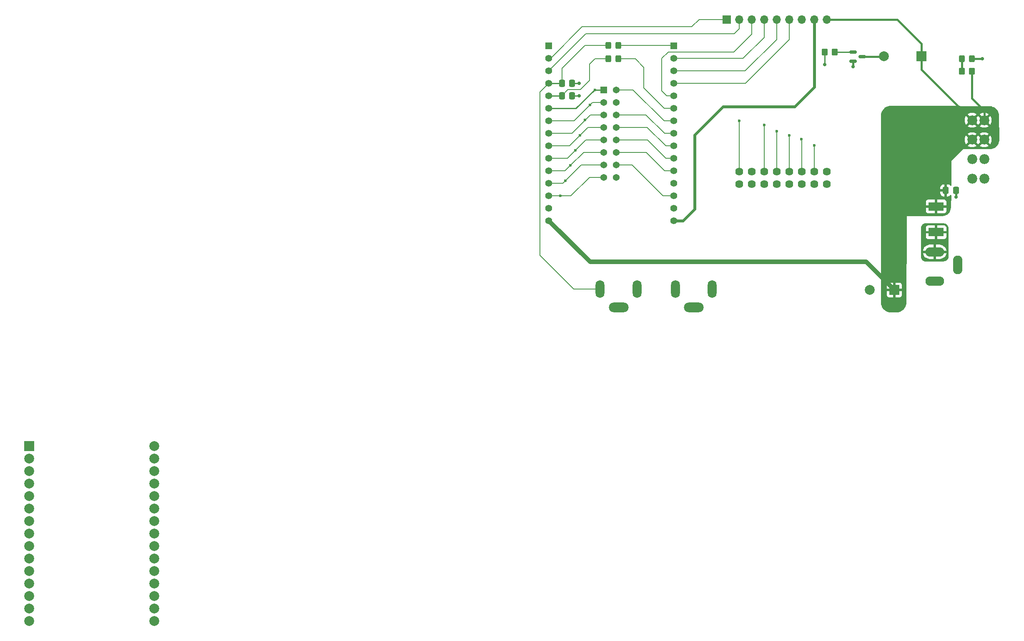
<source format=gbr>
%TF.GenerationSoftware,KiCad,Pcbnew,9.0.0*%
%TF.CreationDate,2025-04-23T05:04:15-04:00*%
%TF.ProjectId,W4MLB_Band_Display_V2,57344d4c-425f-4426-916e-645f44697370,1.0*%
%TF.SameCoordinates,Original*%
%TF.FileFunction,Copper,L1,Top*%
%TF.FilePolarity,Positive*%
%FSLAX46Y46*%
G04 Gerber Fmt 4.6, Leading zero omitted, Abs format (unit mm)*
G04 Created by KiCad (PCBNEW 9.0.0) date 2025-04-23 05:04:15*
%MOMM*%
%LPD*%
G01*
G04 APERTURE LIST*
G04 Aperture macros list*
%AMRoundRect*
0 Rectangle with rounded corners*
0 $1 Rounding radius*
0 $2 $3 $4 $5 $6 $7 $8 $9 X,Y pos of 4 corners*
0 Add a 4 corners polygon primitive as box body*
4,1,4,$2,$3,$4,$5,$6,$7,$8,$9,$2,$3,0*
0 Add four circle primitives for the rounded corners*
1,1,$1+$1,$2,$3*
1,1,$1+$1,$4,$5*
1,1,$1+$1,$6,$7*
1,1,$1+$1,$8,$9*
0 Add four rect primitives between the rounded corners*
20,1,$1+$1,$2,$3,$4,$5,0*
20,1,$1+$1,$4,$5,$6,$7,0*
20,1,$1+$1,$6,$7,$8,$9,0*
20,1,$1+$1,$8,$9,$2,$3,0*%
G04 Aperture macros list end*
%TA.AperFunction,SMDPad,CuDef*%
%ADD10RoundRect,0.250000X-0.350000X-0.450000X0.350000X-0.450000X0.350000X0.450000X-0.350000X0.450000X0*%
%TD*%
%TA.AperFunction,SMDPad,CuDef*%
%ADD11RoundRect,0.250000X0.325000X0.450000X-0.325000X0.450000X-0.325000X-0.450000X0.325000X-0.450000X0*%
%TD*%
%TA.AperFunction,ComponentPad*%
%ADD12C,1.620010*%
%TD*%
%TA.AperFunction,ComponentPad*%
%ADD13O,1.800000X3.600000*%
%TD*%
%TA.AperFunction,ComponentPad*%
%ADD14O,4.000000X2.000000*%
%TD*%
%TA.AperFunction,ComponentPad*%
%ADD15C,2.019300*%
%TD*%
%TA.AperFunction,ComponentPad*%
%ADD16R,2.000000X2.000000*%
%TD*%
%TA.AperFunction,ComponentPad*%
%ADD17C,2.000000*%
%TD*%
%TA.AperFunction,SMDPad,CuDef*%
%ADD18RoundRect,0.250000X-0.337500X-0.475000X0.337500X-0.475000X0.337500X0.475000X-0.337500X0.475000X0*%
%TD*%
%TA.AperFunction,ComponentPad*%
%ADD19R,1.390000X1.390000*%
%TD*%
%TA.AperFunction,ComponentPad*%
%ADD20C,1.390000*%
%TD*%
%TA.AperFunction,SMDPad,CuDef*%
%ADD21RoundRect,0.150000X-0.587500X-0.150000X0.587500X-0.150000X0.587500X0.150000X-0.587500X0.150000X0*%
%TD*%
%TA.AperFunction,ComponentPad*%
%ADD22O,3.800000X1.900000*%
%TD*%
%TA.AperFunction,ComponentPad*%
%ADD23O,1.900000X3.800000*%
%TD*%
%TA.AperFunction,ComponentPad*%
%ADD24R,1.700000X1.700000*%
%TD*%
%TA.AperFunction,ComponentPad*%
%ADD25O,1.700000X1.700000*%
%TD*%
%TA.AperFunction,SMDPad,CuDef*%
%ADD26R,3.150000X1.780000*%
%TD*%
%TA.AperFunction,ComponentPad*%
%ADD27R,1.370000X1.370000*%
%TD*%
%TA.AperFunction,ComponentPad*%
%ADD28C,1.370000*%
%TD*%
%TA.AperFunction,ViaPad*%
%ADD29C,0.700000*%
%TD*%
%TA.AperFunction,ViaPad*%
%ADD30C,0.600000*%
%TD*%
%TA.AperFunction,Conductor*%
%ADD31C,0.400000*%
%TD*%
%TA.AperFunction,Conductor*%
%ADD32C,0.254000*%
%TD*%
%TA.AperFunction,Conductor*%
%ADD33C,0.200000*%
%TD*%
%TA.AperFunction,Conductor*%
%ADD34C,0.600000*%
%TD*%
%TA.AperFunction,Conductor*%
%ADD35C,0.900000*%
%TD*%
G04 APERTURE END LIST*
D10*
%TO.P,R1,2*%
%TO.N,+5V*%
X207750000Y-77000000D03*
%TO.P,R1,1*%
%TO.N,Net-(D3-A)*%
X205750000Y-77000000D03*
%TD*%
D11*
%TO.P,D3,2,A*%
%TO.N,Net-(D3-A)*%
X205700000Y-74500000D03*
%TO.P,D3,1,K*%
%TO.N,GND*%
X207750000Y-74500000D03*
%TD*%
D12*
%TO.P,J4,16,16*%
%TO.N,GND*%
X178250000Y-97460000D03*
%TO.P,J4,15,15*%
%TO.N,GPIO13*%
X178250000Y-100000000D03*
%TO.P,J4,14,14*%
%TO.N,GPIO15*%
X175710000Y-97460000D03*
%TO.P,J4,13,13*%
%TO.N,GPIO12*%
X175710000Y-100000000D03*
%TO.P,J4,12,12*%
%TO.N,GPIO4*%
X173170000Y-97460000D03*
%TO.P,J4,11,11*%
%TO.N,GPIO14*%
X173170000Y-100000000D03*
%TO.P,J4,10,10*%
%TO.N,GPIO16*%
X170630000Y-97460000D03*
%TO.P,J4,9,9*%
%TO.N,GPIO27*%
X170630000Y-100000000D03*
%TO.P,J4,8,8*%
%TO.N,GPIO17*%
X168090000Y-97460000D03*
%TO.P,J4,7,7*%
%TO.N,GPIO26*%
X168090000Y-100000000D03*
%TO.P,J4,6,6*%
%TO.N,GPIO5*%
X165550000Y-97460000D03*
%TO.P,J4,5,5*%
%TO.N,GPIO25*%
X165550000Y-100000000D03*
%TO.P,J4,4,4*%
%TO.N,GND*%
X163010000Y-97460000D03*
%TO.P,J4,3,3*%
%TO.N,GPIO33*%
X163010000Y-100000000D03*
%TO.P,J4,2,2*%
%TO.N,GPIO18*%
X160470000Y-97460000D03*
%TO.P,J4,1,1*%
%TO.N,GPIO32*%
X160470000Y-100000000D03*
%TD*%
D13*
%TO.P,J6,3*%
%TO.N,GND*%
X155017500Y-121300000D03*
%TO.P,J6,2*%
%TO.N,GPIO35*%
X147517500Y-121300000D03*
D14*
%TO.P,J6,1*%
%TO.N,GND*%
X151267500Y-125000000D03*
%TD*%
D13*
%TO.P,J5,3*%
%TO.N,GND*%
X139767500Y-121300000D03*
%TO.P,J5,2*%
%TO.N,GPIO34*%
X132267500Y-121300000D03*
D14*
%TO.P,J5,1*%
%TO.N,GND*%
X136017500Y-125000000D03*
%TD*%
D15*
%TO.P,J7,01_1,01*%
%TO.N,+5V*%
X210260000Y-86990000D03*
%TO.P,J7,02_1,02*%
X210260000Y-90950000D03*
%TO.P,J7,03_1,03*%
%TO.N,GND*%
X210260000Y-94910000D03*
%TO.P,J7,04_1,04*%
X210260000Y-98870000D03*
%TO.P,J7,01_2,01__1*%
%TO.N,+5V*%
X207800000Y-86990000D03*
%TO.P,J7,02_2,02__1*%
X207800000Y-90950000D03*
%TO.P,J7,03_2,03__1*%
%TO.N,GND*%
X207800000Y-94910000D03*
%TO.P,J7,04_2,04__1*%
X207800000Y-98870000D03*
%TD*%
D10*
%TO.P,R2,1*%
%TO.N,GPIO2*%
X177862500Y-73100000D03*
%TO.P,R2,2*%
%TO.N,Net-(Q1-B)*%
X179862500Y-73100000D03*
%TD*%
D16*
%TO.P,BZ1,1,+*%
%TO.N,+5V*%
X197500000Y-74000000D03*
D17*
%TO.P,BZ1,2,-*%
%TO.N,Net-(BZ1--)*%
X189900000Y-74000000D03*
%TD*%
D18*
%TO.P,C1,1*%
%TO.N,+5V*%
X202425000Y-101250000D03*
%TO.P,C1,2*%
%TO.N,GND*%
X204500000Y-101250000D03*
%TD*%
D11*
%TO.P,D1,1,K*%
%TO.N,GPIO23*%
X136000000Y-71750000D03*
%TO.P,D1,2,A*%
%TO.N,GPIO34*%
X133950000Y-71750000D03*
%TD*%
D19*
%TO.P,J2,01,01*%
%TO.N,GPIO23*%
X147230000Y-71860000D03*
D20*
%TO.P,J2,02,02*%
%TO.N,GPIO22*%
X147230000Y-74400000D03*
%TO.P,J2,03,03*%
%TO.N,GPIO1*%
X147230000Y-76940000D03*
%TO.P,J2,04,04*%
%TO.N,GPIO3*%
X147230000Y-79480000D03*
%TO.P,J2,05,05*%
%TO.N,GPIO21*%
X147230000Y-82020000D03*
%TO.P,J2,06,06*%
%TO.N,GPIO19*%
X147230000Y-84560000D03*
%TO.P,J2,07,07*%
%TO.N,GPIO18*%
X147230000Y-87100000D03*
%TO.P,J2,08,08*%
%TO.N,GPIO5*%
X147230000Y-89640000D03*
%TO.P,J2,09,09*%
%TO.N,GPIO17*%
X147230000Y-92180000D03*
%TO.P,J2,10,10*%
%TO.N,GPIO16*%
X147230000Y-94720000D03*
%TO.P,J2,11,11*%
%TO.N,GPIO4*%
X147230000Y-97260000D03*
%TO.P,J2,12,12*%
%TO.N,GPIO2*%
X147230000Y-99800000D03*
%TO.P,J2,13,13*%
%TO.N,GPIO15*%
X147230000Y-102340000D03*
%TO.P,J2,14,14*%
%TO.N,GND*%
X147230000Y-104880000D03*
%TO.P,J2,15,15*%
%TO.N,/+3.3VDC*%
X147230000Y-107420000D03*
%TD*%
D21*
%TO.P,Q1,1,B*%
%TO.N,Net-(Q1-B)*%
X183625000Y-73100000D03*
%TO.P,Q1,2,E*%
%TO.N,GND*%
X183625000Y-75000000D03*
%TO.P,Q1,3,C*%
%TO.N,Net-(BZ1--)*%
X185500000Y-74050000D03*
%TD*%
D22*
%TO.P,J8,1*%
%TO.N,/PWR IN*%
X200200000Y-113737500D03*
%TO.P,J8,2*%
%TO.N,GND*%
X200200000Y-119667500D03*
D23*
%TO.P,J8,3*%
X204850000Y-116417500D03*
%TD*%
D24*
%TO.P,J9,1,Pin_1*%
%TO.N,GPIO36*%
X157930000Y-66500000D03*
D25*
%TO.P,J9,2,Pin_2*%
%TO.N,GPIO39*%
X160470000Y-66500000D03*
%TO.P,J9,3,Pin_3*%
%TO.N,GPIO21*%
X163010000Y-66500000D03*
%TO.P,J9,4,Pin_4*%
%TO.N,GPIO22*%
X165550000Y-66500000D03*
%TO.P,J9,5,Pin_5*%
%TO.N,GPIO1*%
X168090000Y-66500000D03*
%TO.P,J9,6,Pin_6*%
%TO.N,GPIO3*%
X170630000Y-66500000D03*
%TO.P,J9,7,Pin_7*%
%TO.N,GND*%
X173170000Y-66500000D03*
%TO.P,J9,8,Pin_8*%
%TO.N,/+3.3VDC*%
X175710000Y-66500000D03*
%TO.P,J9,9,Pin_9*%
%TO.N,+5V*%
X178250000Y-66500000D03*
%TD*%
D16*
%TO.P,U1,1,3V3*%
%TO.N,unconnected-(U1-3V3-Pad1)*%
X16350000Y-153190000D03*
D17*
%TO.P,U1,2,GND*%
%TO.N,unconnected-(U1-GND-Pad2)*%
X16350000Y-155730000D03*
%TO.P,U1,3,D15*%
%TO.N,unconnected-(U1-D15-Pad3)*%
X16350000Y-158270000D03*
%TO.P,U1,4,D2*%
%TO.N,unconnected-(U1-D2-Pad4)*%
X16350000Y-160810000D03*
%TO.P,U1,5,D4*%
%TO.N,unconnected-(U1-D4-Pad5)*%
X16350000Y-163350000D03*
%TO.P,U1,6,RX2*%
%TO.N,unconnected-(U1-RX2-Pad6)*%
X16350000Y-165890000D03*
%TO.P,U1,7,TX2*%
%TO.N,unconnected-(U1-TX2-Pad7)*%
X16350000Y-168430000D03*
%TO.P,U1,8,D5*%
%TO.N,unconnected-(U1-D5-Pad8)*%
X16350000Y-170970000D03*
%TO.P,U1,9,D18*%
%TO.N,unconnected-(U1-D18-Pad9)*%
X16350000Y-173510000D03*
%TO.P,U1,10,D19*%
%TO.N,unconnected-(U1-D19-Pad10)*%
X16350000Y-176050000D03*
%TO.P,U1,11,D21*%
%TO.N,unconnected-(U1-D21-Pad11)*%
X16350000Y-178590000D03*
%TO.P,U1,12,RX0*%
%TO.N,unconnected-(U1-RX0-Pad12)*%
X16350000Y-181130000D03*
%TO.P,U1,13,TX0*%
%TO.N,unconnected-(U1-TX0-Pad13)*%
X16350000Y-183670000D03*
%TO.P,U1,14,D22*%
%TO.N,unconnected-(U1-D22-Pad14)*%
X16350000Y-186210000D03*
%TO.P,U1,15,D23*%
%TO.N,unconnected-(U1-D23-Pad15)*%
X16350000Y-188750000D03*
%TO.P,U1,16,EN*%
%TO.N,unconnected-(U1-EN-Pad16)*%
X41750000Y-188750000D03*
%TO.P,U1,17,VP*%
%TO.N,unconnected-(U1-VP-Pad17)*%
X41750000Y-186210000D03*
%TO.P,U1,18,VN*%
%TO.N,unconnected-(U1-VN-Pad18)*%
X41750000Y-183670000D03*
%TO.P,U1,19,D34*%
%TO.N,unconnected-(U1-D34-Pad19)*%
X41750000Y-181130000D03*
%TO.P,U1,20,D35*%
%TO.N,unconnected-(U1-D35-Pad20)*%
X41750000Y-178590000D03*
%TO.P,U1,21,D32*%
%TO.N,unconnected-(U1-D32-Pad21)*%
X41750000Y-176050000D03*
%TO.P,U1,22,D33*%
%TO.N,unconnected-(U1-D33-Pad22)*%
X41750000Y-173510000D03*
%TO.P,U1,23,D25*%
%TO.N,unconnected-(U1-D25-Pad23)*%
X41750000Y-170970000D03*
%TO.P,U1,24,D26*%
%TO.N,unconnected-(U1-D26-Pad24)*%
X41750000Y-168430000D03*
%TO.P,U1,25,D27*%
%TO.N,unconnected-(U1-D27-Pad25)*%
X41750000Y-165890000D03*
%TO.P,U1,26,D14*%
%TO.N,unconnected-(U1-D14-Pad26)*%
X41750000Y-163350000D03*
%TO.P,U1,27,D12*%
%TO.N,unconnected-(U1-D12-Pad27)*%
X41750000Y-160810000D03*
%TO.P,U1,28,D13*%
%TO.N,unconnected-(U1-D13-Pad28)*%
X41750000Y-158270000D03*
%TO.P,U1,29,GND__1*%
%TO.N,unconnected-(U1-GND__1-Pad29)*%
X41750000Y-155730000D03*
%TO.P,U1,30,VIN*%
%TO.N,unconnected-(U1-VIN-Pad30)*%
X41750000Y-153190000D03*
%TD*%
D26*
%TO.P,F1,1*%
%TO.N,/PWR IN*%
X200500000Y-109750000D03*
%TO.P,F1,2*%
%TO.N,+5V*%
X200500000Y-104520000D03*
%TD*%
D11*
%TO.P,D2,1,K*%
%TO.N,GPIO19*%
X136000000Y-74500000D03*
%TO.P,D2,2,A*%
%TO.N,GPIO35*%
X133950000Y-74500000D03*
%TD*%
D16*
%TO.P,C2,1*%
%TO.N,+5V*%
X192000000Y-121500000D03*
D17*
%TO.P,C2,2*%
%TO.N,GND*%
X187000000Y-121500000D03*
%TD*%
D18*
%TO.P,C3,1*%
%TO.N,GPIO35*%
X124500000Y-82000000D03*
%TO.P,C3,2*%
%TO.N,GND*%
X126575000Y-82000000D03*
%TD*%
%TO.P,C4,1*%
%TO.N,GPIO34*%
X124500000Y-79500000D03*
%TO.P,C4,2*%
%TO.N,GND*%
X126575000Y-79500000D03*
%TD*%
D19*
%TO.P,J1,01,01*%
%TO.N,unconnected-(J1-Pad01)*%
X121830000Y-71860000D03*
D20*
%TO.P,J1,02,02*%
%TO.N,GPIO36*%
X121830000Y-74400000D03*
%TO.P,J1,03,03*%
%TO.N,GPIO39*%
X121830000Y-76940000D03*
%TO.P,J1,04,04*%
%TO.N,GPIO34*%
X121830000Y-79480000D03*
%TO.P,J1,05,05*%
%TO.N,GPIO35*%
X121830000Y-82020000D03*
%TO.P,J1,06,06*%
%TO.N,GPIO32*%
X121830000Y-84560000D03*
%TO.P,J1,07,07*%
%TO.N,GPIO33*%
X121830000Y-87100000D03*
%TO.P,J1,08,08*%
%TO.N,GPIO25*%
X121830000Y-89640000D03*
%TO.P,J1,09,09*%
%TO.N,GPIO26*%
X121830000Y-92180000D03*
%TO.P,J1,10,10*%
%TO.N,GPIO27*%
X121830000Y-94720000D03*
%TO.P,J1,11,11*%
%TO.N,GPIO14*%
X121830000Y-97260000D03*
%TO.P,J1,12,12*%
%TO.N,GPIO12*%
X121830000Y-99800000D03*
%TO.P,J1,13,13*%
%TO.N,GPIO13*%
X121830000Y-102340000D03*
%TO.P,J1,14,14*%
%TO.N,GND*%
X121830000Y-104880000D03*
%TO.P,J1,15,15*%
%TO.N,+5V*%
X121830000Y-107420000D03*
%TD*%
D27*
%TO.P,J3,01,01*%
%TO.N,GPIO32*%
X133010000Y-80802500D03*
D28*
%TO.P,J3,02,02*%
%TO.N,GPIO18*%
X135550000Y-80802500D03*
%TO.P,J3,03,03*%
%TO.N,GPIO33*%
X133010000Y-83342500D03*
%TO.P,J3,04,04*%
%TO.N,GND*%
X135550000Y-83342500D03*
%TO.P,J3,05,05*%
%TO.N,GPIO25*%
X133010000Y-85882500D03*
%TO.P,J3,06,06*%
%TO.N,GPIO5*%
X135550000Y-85882500D03*
%TO.P,J3,07,07*%
%TO.N,GPIO26*%
X133010000Y-88422500D03*
%TO.P,J3,08,08*%
%TO.N,GPIO17*%
X135550000Y-88422500D03*
%TO.P,J3,09,09*%
%TO.N,GPIO27*%
X133010000Y-90962500D03*
%TO.P,J3,10,10*%
%TO.N,GPIO16*%
X135550000Y-90962500D03*
%TO.P,J3,11,11*%
%TO.N,GPIO14*%
X133010000Y-93502500D03*
%TO.P,J3,12,12*%
%TO.N,GPIO4*%
X135550000Y-93502500D03*
%TO.P,J3,13,13*%
%TO.N,GPIO12*%
X133010000Y-96042500D03*
%TO.P,J3,14,14*%
%TO.N,GPIO15*%
X135550000Y-96042500D03*
%TO.P,J3,15,15*%
%TO.N,GPIO13*%
X133010000Y-98582500D03*
%TO.P,J3,16,16*%
%TO.N,GND*%
X135550000Y-98582500D03*
%TD*%
D29*
%TO.N,GND*%
X209875000Y-74500000D03*
D30*
%TO.N,GPIO5*%
X165550000Y-87922857D03*
%TO.N,GPIO17*%
X168090000Y-89218571D03*
%TO.N,GPIO4*%
X173150000Y-90864286D03*
D29*
%TO.N,GND*%
X183630000Y-76140000D03*
%TO.N,GPIO2*%
X177900000Y-75650000D03*
%TO.N,GND*%
X127980000Y-82000000D03*
X128000000Y-79450000D03*
X204500000Y-102600000D03*
D30*
%TO.N,GPIO32*%
X131200000Y-80802500D03*
%TO.N,GPIO13*%
X124200000Y-102362500D03*
%TO.N,GPIO33*%
X130200000Y-83882500D03*
%TO.N,GPIO25*%
X129200000Y-86962500D03*
%TO.N,GPIO27*%
X127200000Y-93122500D03*
%TO.N,GPIO26*%
X128200000Y-90042500D03*
%TO.N,GPIO14*%
X126200000Y-96202500D03*
%TO.N,GPIO12*%
X125200000Y-99282500D03*
%TO.N,GPIO18*%
X160470000Y-87100000D03*
%TO.N,GPIO15*%
X175710000Y-92130000D03*
%TO.N,GPIO16*%
X170630000Y-90041429D03*
%TD*%
D31*
%TO.N,GND*%
X204500000Y-102600000D02*
X204500000Y-101250000D01*
D32*
%TO.N,GPIO2*%
X177900000Y-75650000D02*
X177900000Y-73137500D01*
D33*
%TO.N,GPIO35*%
X131250000Y-74500000D02*
X133950000Y-74500000D01*
X128250000Y-80750000D02*
X130150000Y-78850000D01*
X130150000Y-75600000D02*
X131250000Y-74500000D01*
X125750000Y-80750000D02*
X128250000Y-80750000D01*
X130150000Y-78850000D02*
X130150000Y-75600000D01*
X124500000Y-82000000D02*
X125750000Y-80750000D01*
D31*
%TO.N,Net-(D3-A)*%
X205750000Y-77000000D02*
X205750000Y-74550000D01*
D33*
X205725000Y-76975000D02*
X205750000Y-77000000D01*
D31*
%TO.N,GND*%
X209875000Y-74500000D02*
X207750000Y-74500000D01*
D33*
%TO.N,+5V*%
X207750000Y-77000000D02*
X207795000Y-76955000D01*
%TO.N,GPIO34*%
X126900000Y-121300000D02*
X132267500Y-121300000D01*
X120050000Y-114450000D02*
X126900000Y-121300000D01*
X120050000Y-81260000D02*
X120050000Y-114450000D01*
X121830000Y-79480000D02*
X120050000Y-81260000D01*
D31*
%TO.N,+5V*%
X207750000Y-82550000D02*
X210260000Y-85060000D01*
X210260000Y-85060000D02*
X210260000Y-86990000D01*
X207750000Y-77000000D02*
X207750000Y-82550000D01*
X207040000Y-86230000D02*
X207040000Y-86990000D01*
X197500000Y-76690000D02*
X207040000Y-86230000D01*
X197500000Y-74000000D02*
X197500000Y-76690000D01*
D33*
%TO.N,GPIO15*%
X175710000Y-97460000D02*
X175710000Y-92130000D01*
%TO.N,GPIO4*%
X173170000Y-90884286D02*
X173150000Y-90864286D01*
X173170000Y-97460000D02*
X173170000Y-90884286D01*
%TO.N,GPIO16*%
X170630000Y-97460000D02*
X170630000Y-90041429D01*
%TO.N,GPIO17*%
X168090000Y-97460000D02*
X168090000Y-89218571D01*
%TO.N,GPIO5*%
X165550000Y-97460000D02*
X165550000Y-87922857D01*
%TO.N,GPIO18*%
X160470000Y-97460000D02*
X160470000Y-87100000D01*
D34*
%TO.N,/+3.3VDC*%
X175710000Y-80240000D02*
X175710000Y-66500000D01*
X157200000Y-84200000D02*
X171750000Y-84200000D01*
X151450000Y-89950000D02*
X157200000Y-84200000D01*
X149080000Y-107420000D02*
X151450000Y-105050000D01*
X151450000Y-105050000D02*
X151450000Y-89950000D01*
X171750000Y-84200000D02*
X175710000Y-80240000D01*
X147230000Y-107420000D02*
X149080000Y-107420000D01*
X147250000Y-107400000D02*
X147230000Y-107420000D01*
D35*
%TO.N,+5V*%
X186250000Y-115750000D02*
X192000000Y-121500000D01*
X130160000Y-115750000D02*
X186250000Y-115750000D01*
X121830000Y-107420000D02*
X130160000Y-115750000D01*
D32*
%TO.N,Net-(Q1-B)*%
X179862500Y-73100000D02*
X183625000Y-73100000D01*
D31*
%TO.N,GND*%
X183630000Y-76140000D02*
X183630000Y-75005000D01*
%TO.N,Net-(BZ1--)*%
X185500000Y-74050000D02*
X189850000Y-74050000D01*
D33*
%TO.N,GPIO4*%
X173150000Y-97440000D02*
X173170000Y-97460000D01*
%TO.N,GPIO5*%
X165550000Y-97460000D02*
X165550000Y-98000000D01*
D31*
%TO.N,+5V*%
X197500000Y-71400000D02*
X197500000Y-74000000D01*
X192600000Y-66500000D02*
X197500000Y-71400000D01*
X178250000Y-66500000D02*
X192600000Y-66500000D01*
D33*
%TO.N,GPIO1*%
X168090000Y-70560000D02*
X168090000Y-66500000D01*
X161710000Y-76940000D02*
X168090000Y-70560000D01*
X147230000Y-76940000D02*
X161710000Y-76940000D01*
%TO.N,GPIO3*%
X170630000Y-70620000D02*
X170630000Y-66500000D01*
X161770000Y-79480000D02*
X170630000Y-70620000D01*
X147230000Y-79480000D02*
X161770000Y-79480000D01*
%TO.N,GPIO22*%
X161300000Y-74400000D02*
X165550000Y-70150000D01*
X147230000Y-74400000D02*
X161300000Y-74400000D01*
X165550000Y-70150000D02*
X165550000Y-66500000D01*
%TO.N,GPIO21*%
X163010000Y-69490000D02*
X163010000Y-66500000D01*
X146100000Y-73100000D02*
X159400000Y-73100000D01*
X145770000Y-82020000D02*
X144800000Y-81050000D01*
X159400000Y-73100000D02*
X163010000Y-69490000D01*
X147230000Y-82020000D02*
X145770000Y-82020000D01*
X144800000Y-81050000D02*
X144800000Y-74400000D01*
X144800000Y-74400000D02*
X146100000Y-73100000D01*
%TO.N,GPIO39*%
X160470000Y-68430000D02*
X160470000Y-66500000D01*
X159500000Y-69400000D02*
X160470000Y-68430000D01*
X129370000Y-69400000D02*
X159500000Y-69400000D01*
X121830000Y-76940000D02*
X129370000Y-69400000D01*
%TO.N,GPIO36*%
X152390000Y-66500000D02*
X157930000Y-66500000D01*
X150890000Y-68000000D02*
X152390000Y-66500000D01*
%TO.N,GND*%
X128000000Y-79390000D02*
X128000000Y-79450000D01*
D32*
X126575000Y-82000000D02*
X127980000Y-82000000D01*
X127950000Y-79500000D02*
X126575000Y-79500000D01*
D33*
X128000000Y-79450000D02*
X127950000Y-79500000D01*
D35*
%TO.N,+5V*%
X121830000Y-107420000D02*
X121830000Y-107430000D01*
D33*
X192040000Y-112420000D02*
X192000000Y-112460000D01*
D32*
%TO.N,GPIO32*%
X131200000Y-80802500D02*
X131220000Y-80802500D01*
X131097500Y-80802500D02*
X131200000Y-80802500D01*
X121830000Y-84560000D02*
X127340000Y-84560000D01*
X131220000Y-80802500D02*
X133010000Y-80802500D01*
X127340000Y-84560000D02*
X131097500Y-80802500D01*
D33*
%TO.N,GPIO16*%
X145625000Y-94725000D02*
X145630000Y-94720000D01*
X141862500Y-90962500D02*
X145625000Y-94725000D01*
X145630000Y-94720000D02*
X147230000Y-94720000D01*
X135550000Y-90962500D02*
X141862500Y-90962500D01*
D32*
%TO.N,GPIO34*%
X121830000Y-79480000D02*
X124480000Y-79480000D01*
D33*
X124500000Y-76450000D02*
X124500000Y-79500000D01*
X129200000Y-71750000D02*
X124500000Y-76450000D01*
X133950000Y-71750000D02*
X129200000Y-71750000D01*
X124480000Y-79480000D02*
X124500000Y-79500000D01*
%TO.N,GPIO17*%
X141822500Y-88422500D02*
X145580000Y-92180000D01*
X145580000Y-92180000D02*
X147230000Y-92180000D01*
X135550000Y-88422500D02*
X141822500Y-88422500D01*
%TO.N,GPIO36*%
X128600000Y-68000000D02*
X150890000Y-68000000D01*
X121830000Y-74400000D02*
X122200000Y-74400000D01*
X122200000Y-74400000D02*
X128600000Y-68000000D01*
%TO.N,GPIO4*%
X141602500Y-93502500D02*
X145360000Y-97260000D01*
X135550000Y-93502500D02*
X141602500Y-93502500D01*
X145360000Y-97260000D02*
X147230000Y-97260000D01*
%TO.N,GPIO13*%
X126342500Y-102340000D02*
X130100000Y-98582500D01*
X130100000Y-98582500D02*
X133010000Y-98582500D01*
X121830000Y-102340000D02*
X124130000Y-102340000D01*
X124130000Y-102340000D02*
X124140000Y-102340000D01*
X124140000Y-102340000D02*
X126342500Y-102340000D01*
%TO.N,GPIO33*%
X130732500Y-83350000D02*
X130200000Y-83882500D01*
X127000000Y-87100000D02*
X121830000Y-87100000D01*
X133010000Y-83342500D02*
X133010000Y-83340000D01*
X130200000Y-83900000D02*
X127000000Y-87100000D01*
X133010000Y-83342500D02*
X133002500Y-83350000D01*
X130200000Y-83882500D02*
X130200000Y-83900000D01*
X133002500Y-83350000D02*
X130732500Y-83350000D01*
%TO.N,GPIO25*%
X129401250Y-86761250D02*
X129401250Y-86748750D01*
X126522500Y-89640000D02*
X129401250Y-86761250D01*
X129401250Y-86748750D02*
X130267500Y-85882500D01*
X121830000Y-89640000D02*
X126522500Y-89640000D01*
X130267500Y-85882500D02*
X133010000Y-85882500D01*
%TO.N,GPIO35*%
X133950000Y-74650000D02*
X133950000Y-74500000D01*
X124480000Y-82020000D02*
X124500000Y-82000000D01*
D32*
X121830000Y-82020000D02*
X124480000Y-82020000D01*
D33*
%TO.N,GPIO27*%
X125602500Y-94720000D02*
X127200000Y-93122500D01*
X127227500Y-93122500D02*
X129387500Y-90962500D01*
X121830000Y-94720000D02*
X125602500Y-94720000D01*
X129387500Y-90962500D02*
X133010000Y-90962500D01*
X127200000Y-93122500D02*
X127227500Y-93122500D01*
%TO.N,GPIO26*%
X129800000Y-88450000D02*
X132982500Y-88450000D01*
X126070000Y-92180000D02*
X129800000Y-88450000D01*
X121830000Y-92180000D02*
X126070000Y-92180000D01*
X133010000Y-88460000D02*
X133010000Y-88422500D01*
X132982500Y-88450000D02*
X133010000Y-88422500D01*
%TO.N,GPIO14*%
X126200000Y-96202500D02*
X128900000Y-93502500D01*
X128900000Y-93502500D02*
X133010000Y-93502500D01*
X125142500Y-97260000D02*
X126200000Y-96202500D01*
X121830000Y-97260000D02*
X125142500Y-97260000D01*
%TO.N,GPIO18*%
X135550000Y-80802500D02*
X138952500Y-80802500D01*
X145250000Y-87100000D02*
X147230000Y-87100000D01*
X135647500Y-80900000D02*
X135550000Y-80802500D01*
X138952500Y-80802500D02*
X145250000Y-87100000D01*
%TO.N,GPIO12*%
X125200000Y-99282500D02*
X128440000Y-96042500D01*
X128440000Y-96042500D02*
X133010000Y-96042500D01*
X121830000Y-99800000D02*
X124682500Y-99800000D01*
X133010000Y-96042500D02*
X133642500Y-96042500D01*
X124682500Y-99800000D02*
X125200000Y-99282500D01*
%TO.N,GPIO23*%
X136000000Y-71750000D02*
X147120000Y-71750000D01*
X147120000Y-71750000D02*
X147230000Y-71860000D01*
%TO.N,GPIO5*%
X141582500Y-85882500D02*
X145340000Y-89640000D01*
X135550000Y-85882500D02*
X141582500Y-85882500D01*
X145340000Y-89640000D02*
X147230000Y-89640000D01*
%TO.N,GPIO15*%
X138742500Y-96042500D02*
X145050000Y-102350000D01*
X145060000Y-102340000D02*
X147230000Y-102340000D01*
X135550000Y-96042500D02*
X138742500Y-96042500D01*
X145050000Y-102350000D02*
X145060000Y-102340000D01*
%TO.N,GPIO19*%
X141150000Y-76250000D02*
X139400000Y-74500000D01*
X139400000Y-74500000D02*
X136000000Y-74500000D01*
X145260000Y-84560000D02*
X141150000Y-80450000D01*
X141150000Y-80450000D02*
X141150000Y-76250000D01*
X147230000Y-84560000D02*
X145260000Y-84560000D01*
%TD*%
%TA.AperFunction,Conductor*%
%TO.N,+5V*%
G36*
X199535194Y-84064193D02*
G01*
X211284820Y-84103407D01*
X211293566Y-84103745D01*
X211562365Y-84123692D01*
X211579682Y-84126217D01*
X211838693Y-84182923D01*
X211855482Y-84187865D01*
X212103901Y-84280520D01*
X212119844Y-84287789D01*
X212352704Y-84414534D01*
X212367464Y-84423977D01*
X212492900Y-84517354D01*
X212580138Y-84582296D01*
X212593422Y-84593730D01*
X212781639Y-84780443D01*
X212793174Y-84793630D01*
X212953199Y-85005031D01*
X212962752Y-85019702D01*
X213069543Y-85212204D01*
X213091366Y-85251542D01*
X213098764Y-85267431D01*
X213193403Y-85515082D01*
X213198487Y-85531855D01*
X213257265Y-85790381D01*
X213259933Y-85807704D01*
X213282033Y-86076306D01*
X213282443Y-86085065D01*
X213336749Y-90864022D01*
X213336527Y-90872986D01*
X213319733Y-91148103D01*
X213317350Y-91165869D01*
X213261989Y-91431271D01*
X213257071Y-91448506D01*
X213164023Y-91703160D01*
X213156671Y-91719507D01*
X213027880Y-91958092D01*
X213018251Y-91973202D01*
X212937331Y-92081964D01*
X212856415Y-92190720D01*
X212844705Y-92204289D01*
X212653192Y-92396211D01*
X212639647Y-92407950D01*
X212422478Y-92570248D01*
X212407383Y-92579912D01*
X212169080Y-92709208D01*
X212152750Y-92716595D01*
X211898289Y-92810188D01*
X211881063Y-92815143D01*
X211615777Y-92871070D01*
X211598018Y-92873490D01*
X211322954Y-92890871D01*
X211313989Y-92891113D01*
X208486264Y-92865012D01*
X206047499Y-92842500D01*
X206047498Y-92842500D01*
X203599324Y-95257580D01*
X203595683Y-96088842D01*
X203577537Y-100232129D01*
X203557559Y-100299082D01*
X203504555Y-100344605D01*
X203435354Y-100354245D01*
X203371926Y-100324942D01*
X203356268Y-100308492D01*
X203354814Y-100306653D01*
X203230845Y-100182684D01*
X203081624Y-100090643D01*
X203081619Y-100090641D01*
X202915197Y-100035494D01*
X202915190Y-100035493D01*
X202812486Y-100025000D01*
X202675000Y-100025000D01*
X202675000Y-102474999D01*
X202812472Y-102474999D01*
X202812486Y-102474998D01*
X202915197Y-102464505D01*
X203081619Y-102409358D01*
X203081624Y-102409356D01*
X203230842Y-102317317D01*
X203356890Y-102191269D01*
X203418213Y-102157784D01*
X203487905Y-102162768D01*
X203543839Y-102204639D01*
X203568256Y-102270103D01*
X203568571Y-102279493D01*
X203558740Y-104524345D01*
X203558387Y-104533165D01*
X203537901Y-104803688D01*
X203535321Y-104821141D01*
X203477605Y-105081706D01*
X203472573Y-105098616D01*
X203378465Y-105348345D01*
X203371085Y-105364371D01*
X203242488Y-105598216D01*
X203232909Y-105613031D01*
X203072426Y-105826259D01*
X203060840Y-105839565D01*
X202871718Y-106027861D01*
X202858362Y-106039388D01*
X202644429Y-106198940D01*
X202629571Y-106208455D01*
X202395164Y-106336026D01*
X202379107Y-106343336D01*
X202128965Y-106436351D01*
X202112033Y-106441308D01*
X201851224Y-106497881D01*
X201833760Y-106500385D01*
X201682105Y-106511201D01*
X201563141Y-106519686D01*
X201554322Y-106520000D01*
X194520000Y-106520000D01*
X194512854Y-108512828D01*
X194457161Y-124042752D01*
X194456815Y-124051576D01*
X194436525Y-124322257D01*
X194433956Y-124339721D01*
X194376391Y-124600452D01*
X194371368Y-124617375D01*
X194277363Y-124867293D01*
X194269988Y-124883330D01*
X194141454Y-125117359D01*
X194131878Y-125132186D01*
X193971411Y-125345603D01*
X193959825Y-125358922D01*
X193770684Y-125547385D01*
X193757325Y-125558922D01*
X193543337Y-125718623D01*
X193528475Y-125728147D01*
X193293979Y-125855844D01*
X193277915Y-125863161D01*
X193027665Y-125956267D01*
X193010725Y-125961229D01*
X192749795Y-126017858D01*
X192732322Y-126020365D01*
X192461559Y-126039686D01*
X192452733Y-126040000D01*
X191284905Y-126040000D01*
X191276059Y-126039684D01*
X191239397Y-126037061D01*
X191004648Y-126020269D01*
X190987134Y-126017750D01*
X190725595Y-125960847D01*
X190708617Y-125955861D01*
X190457842Y-125862311D01*
X190441747Y-125854960D01*
X190311571Y-125783865D01*
X190206828Y-125726661D01*
X190191952Y-125717099D01*
X189980695Y-125558922D01*
X189977693Y-125556674D01*
X189964322Y-125545085D01*
X189775076Y-125355795D01*
X189763494Y-125342425D01*
X189603115Y-125128123D01*
X189593559Y-125113249D01*
X189465318Y-124878301D01*
X189457970Y-124862204D01*
X189441382Y-124817705D01*
X189364476Y-124611397D01*
X189359496Y-124594424D01*
X189302655Y-124332865D01*
X189300141Y-124315350D01*
X189280791Y-124043943D01*
X189280477Y-124035095D01*
X189281033Y-121698608D01*
X189281330Y-120452155D01*
X190500000Y-120452155D01*
X190500000Y-121250000D01*
X191566988Y-121250000D01*
X191534075Y-121307007D01*
X191500000Y-121434174D01*
X191500000Y-121565826D01*
X191534075Y-121692993D01*
X191566988Y-121750000D01*
X190500000Y-121750000D01*
X190500000Y-122547844D01*
X190506401Y-122607372D01*
X190506403Y-122607379D01*
X190556645Y-122742086D01*
X190556649Y-122742093D01*
X190642809Y-122857187D01*
X190642812Y-122857190D01*
X190757906Y-122943350D01*
X190757913Y-122943354D01*
X190892620Y-122993596D01*
X190892627Y-122993598D01*
X190952155Y-122999999D01*
X190952172Y-123000000D01*
X191750000Y-123000000D01*
X191750000Y-121933012D01*
X191807007Y-121965925D01*
X191934174Y-122000000D01*
X192065826Y-122000000D01*
X192192993Y-121965925D01*
X192250000Y-121933012D01*
X192250000Y-123000000D01*
X193047828Y-123000000D01*
X193047844Y-122999999D01*
X193107372Y-122993598D01*
X193107379Y-122993596D01*
X193242086Y-122943354D01*
X193242093Y-122943350D01*
X193357187Y-122857190D01*
X193357190Y-122857187D01*
X193443350Y-122742093D01*
X193443354Y-122742086D01*
X193493596Y-122607379D01*
X193493598Y-122607372D01*
X193499999Y-122547844D01*
X193500000Y-122547827D01*
X193500000Y-121750000D01*
X192433012Y-121750000D01*
X192465925Y-121692993D01*
X192500000Y-121565826D01*
X192500000Y-121434174D01*
X192465925Y-121307007D01*
X192433012Y-121250000D01*
X193500000Y-121250000D01*
X193500000Y-120452172D01*
X193499999Y-120452155D01*
X193493598Y-120392627D01*
X193493596Y-120392620D01*
X193443354Y-120257913D01*
X193443350Y-120257906D01*
X193357190Y-120142812D01*
X193357187Y-120142809D01*
X193242093Y-120056649D01*
X193242086Y-120056645D01*
X193107379Y-120006403D01*
X193107372Y-120006401D01*
X193047844Y-120000000D01*
X192250000Y-120000000D01*
X192250000Y-121066988D01*
X192192993Y-121034075D01*
X192065826Y-121000000D01*
X191934174Y-121000000D01*
X191807007Y-121034075D01*
X191750000Y-121066988D01*
X191750000Y-120000000D01*
X190952155Y-120000000D01*
X190892627Y-120006401D01*
X190892620Y-120006403D01*
X190757913Y-120056645D01*
X190757906Y-120056649D01*
X190642812Y-120142809D01*
X190642809Y-120142812D01*
X190556649Y-120257906D01*
X190556645Y-120257913D01*
X190506403Y-120392620D01*
X190506401Y-120392627D01*
X190500000Y-120452155D01*
X189281330Y-120452155D01*
X189281331Y-120448821D01*
X189284172Y-108512828D01*
X189284665Y-106441308D01*
X189284899Y-105457844D01*
X198425000Y-105457844D01*
X198431401Y-105517372D01*
X198431403Y-105517379D01*
X198481645Y-105652086D01*
X198481649Y-105652093D01*
X198567809Y-105767187D01*
X198567812Y-105767190D01*
X198682906Y-105853350D01*
X198682913Y-105853354D01*
X198817620Y-105903596D01*
X198817627Y-105903598D01*
X198877155Y-105909999D01*
X198877172Y-105910000D01*
X200250000Y-105910000D01*
X200750000Y-105910000D01*
X202122828Y-105910000D01*
X202122844Y-105909999D01*
X202182372Y-105903598D01*
X202182379Y-105903596D01*
X202317086Y-105853354D01*
X202317093Y-105853350D01*
X202432187Y-105767190D01*
X202432190Y-105767187D01*
X202518350Y-105652093D01*
X202518354Y-105652086D01*
X202568596Y-105517379D01*
X202568598Y-105517372D01*
X202574999Y-105457844D01*
X202575000Y-105457827D01*
X202575000Y-104770000D01*
X200750000Y-104770000D01*
X200750000Y-105910000D01*
X200250000Y-105910000D01*
X200250000Y-104770000D01*
X198425000Y-104770000D01*
X198425000Y-105457844D01*
X189284899Y-105457844D01*
X189285345Y-103582155D01*
X198425000Y-103582155D01*
X198425000Y-104270000D01*
X200250000Y-104270000D01*
X200750000Y-104270000D01*
X202575000Y-104270000D01*
X202575000Y-103582172D01*
X202574999Y-103582155D01*
X202568598Y-103522627D01*
X202568596Y-103522620D01*
X202518354Y-103387913D01*
X202518350Y-103387906D01*
X202432190Y-103272812D01*
X202432187Y-103272809D01*
X202317093Y-103186649D01*
X202317086Y-103186645D01*
X202182379Y-103136403D01*
X202182372Y-103136401D01*
X202122844Y-103130000D01*
X200750000Y-103130000D01*
X200750000Y-104270000D01*
X200250000Y-104270000D01*
X200250000Y-103130000D01*
X198877155Y-103130000D01*
X198817627Y-103136401D01*
X198817620Y-103136403D01*
X198682913Y-103186645D01*
X198682906Y-103186649D01*
X198567812Y-103272809D01*
X198567809Y-103272812D01*
X198481649Y-103387906D01*
X198481645Y-103387913D01*
X198431403Y-103522620D01*
X198431401Y-103522627D01*
X198425000Y-103582155D01*
X189285345Y-103582155D01*
X189285775Y-101774986D01*
X201337501Y-101774986D01*
X201347994Y-101877697D01*
X201403141Y-102044119D01*
X201403143Y-102044124D01*
X201495184Y-102193345D01*
X201619154Y-102317315D01*
X201768375Y-102409356D01*
X201768380Y-102409358D01*
X201934802Y-102464505D01*
X201934809Y-102464506D01*
X202037519Y-102474999D01*
X202174999Y-102474999D01*
X202175000Y-102474998D01*
X202175000Y-101500000D01*
X201337501Y-101500000D01*
X201337501Y-101774986D01*
X189285775Y-101774986D01*
X189286025Y-100725013D01*
X201337500Y-100725013D01*
X201337500Y-101000000D01*
X202175000Y-101000000D01*
X202175000Y-100025000D01*
X202037527Y-100025000D01*
X202037512Y-100025001D01*
X201934802Y-100035494D01*
X201768380Y-100090641D01*
X201768375Y-100090643D01*
X201619154Y-100182684D01*
X201495184Y-100306654D01*
X201403143Y-100455875D01*
X201403141Y-100455880D01*
X201347994Y-100622302D01*
X201347993Y-100622309D01*
X201337500Y-100725013D01*
X189286025Y-100725013D01*
X189288380Y-90831188D01*
X206290350Y-90831188D01*
X206290350Y-91068811D01*
X206327522Y-91303507D01*
X206400954Y-91529506D01*
X206508832Y-91741229D01*
X206570432Y-91826013D01*
X206570432Y-91826014D01*
X207181278Y-91215168D01*
X207203506Y-91268832D01*
X207277169Y-91379076D01*
X207370924Y-91472831D01*
X207481168Y-91546494D01*
X207534830Y-91568721D01*
X206923984Y-92179566D01*
X207008770Y-92241167D01*
X207220493Y-92349045D01*
X207446492Y-92422477D01*
X207681189Y-92459650D01*
X207918811Y-92459650D01*
X208153507Y-92422477D01*
X208379506Y-92349045D01*
X208591221Y-92241171D01*
X208591227Y-92241167D01*
X208676013Y-92179566D01*
X208676014Y-92179566D01*
X208065169Y-91568721D01*
X208118832Y-91546494D01*
X208229076Y-91472831D01*
X208322831Y-91379076D01*
X208396494Y-91268832D01*
X208418721Y-91215168D01*
X209029999Y-91826446D01*
X209034120Y-91822325D01*
X209641277Y-91215167D01*
X209663506Y-91268832D01*
X209737169Y-91379076D01*
X209830924Y-91472831D01*
X209941168Y-91546494D01*
X209994830Y-91568721D01*
X209383984Y-92179566D01*
X209468770Y-92241167D01*
X209680493Y-92349045D01*
X209906492Y-92422477D01*
X210141189Y-92459650D01*
X210378811Y-92459650D01*
X210613507Y-92422477D01*
X210839506Y-92349045D01*
X211051221Y-92241171D01*
X211051227Y-92241167D01*
X211136013Y-92179566D01*
X211136014Y-92179566D01*
X210525169Y-91568721D01*
X210578832Y-91546494D01*
X210689076Y-91472831D01*
X210782831Y-91379076D01*
X210856494Y-91268832D01*
X210878721Y-91215169D01*
X211489566Y-91826014D01*
X211489566Y-91826013D01*
X211551167Y-91741227D01*
X211551171Y-91741221D01*
X211659045Y-91529506D01*
X211732477Y-91303507D01*
X211769650Y-91068811D01*
X211769650Y-90831188D01*
X211732477Y-90596492D01*
X211659045Y-90370493D01*
X211551167Y-90158770D01*
X211489566Y-90073985D01*
X211489566Y-90073984D01*
X210878721Y-90684830D01*
X210856494Y-90631168D01*
X210782831Y-90520924D01*
X210689076Y-90427169D01*
X210578832Y-90353506D01*
X210525167Y-90331277D01*
X211136014Y-89720432D01*
X211051229Y-89658832D01*
X210839506Y-89550954D01*
X210613507Y-89477522D01*
X210378811Y-89440350D01*
X210141189Y-89440350D01*
X209906492Y-89477522D01*
X209680493Y-89550954D01*
X209468772Y-89658831D01*
X209468768Y-89658833D01*
X209383985Y-89720431D01*
X209383985Y-89720433D01*
X209994830Y-90331278D01*
X209941168Y-90353506D01*
X209830924Y-90427169D01*
X209737169Y-90520924D01*
X209663506Y-90631168D01*
X209641278Y-90684831D01*
X209029999Y-90073552D01*
X209025806Y-90077745D01*
X208418721Y-90684830D01*
X208396494Y-90631168D01*
X208322831Y-90520924D01*
X208229076Y-90427169D01*
X208118832Y-90353506D01*
X208065167Y-90331277D01*
X208676014Y-89720432D01*
X208591229Y-89658832D01*
X208379506Y-89550954D01*
X208153507Y-89477522D01*
X207918811Y-89440350D01*
X207681189Y-89440350D01*
X207446492Y-89477522D01*
X207220493Y-89550954D01*
X207008772Y-89658831D01*
X207008768Y-89658833D01*
X206923985Y-89720431D01*
X206923985Y-89720433D01*
X207534830Y-90331278D01*
X207481168Y-90353506D01*
X207370924Y-90427169D01*
X207277169Y-90520924D01*
X207203506Y-90631168D01*
X207181278Y-90684830D01*
X206570433Y-90073985D01*
X206570431Y-90073985D01*
X206508833Y-90158768D01*
X206508831Y-90158772D01*
X206400954Y-90370493D01*
X206327522Y-90596492D01*
X206290350Y-90831188D01*
X189288380Y-90831188D01*
X189289322Y-86871188D01*
X206290350Y-86871188D01*
X206290350Y-87108811D01*
X206327522Y-87343507D01*
X206400954Y-87569506D01*
X206508832Y-87781229D01*
X206570432Y-87866013D01*
X206570432Y-87866014D01*
X207181278Y-87255168D01*
X207203506Y-87308832D01*
X207277169Y-87419076D01*
X207370924Y-87512831D01*
X207481168Y-87586494D01*
X207534830Y-87608721D01*
X206923984Y-88219566D01*
X207008770Y-88281167D01*
X207220493Y-88389045D01*
X207446492Y-88462477D01*
X207681189Y-88499650D01*
X207918811Y-88499650D01*
X208153507Y-88462477D01*
X208379506Y-88389045D01*
X208591221Y-88281171D01*
X208591227Y-88281167D01*
X208676013Y-88219566D01*
X208676014Y-88219566D01*
X208065169Y-87608721D01*
X208118832Y-87586494D01*
X208229076Y-87512831D01*
X208322831Y-87419076D01*
X208396494Y-87308832D01*
X208418721Y-87255168D01*
X209029999Y-87866446D01*
X209034120Y-87862325D01*
X209641277Y-87255167D01*
X209663506Y-87308832D01*
X209737169Y-87419076D01*
X209830924Y-87512831D01*
X209941168Y-87586494D01*
X209994830Y-87608721D01*
X209383984Y-88219566D01*
X209468770Y-88281167D01*
X209680493Y-88389045D01*
X209906492Y-88462477D01*
X210141189Y-88499650D01*
X210378811Y-88499650D01*
X210613507Y-88462477D01*
X210839506Y-88389045D01*
X211051221Y-88281171D01*
X211051227Y-88281167D01*
X211136013Y-88219566D01*
X211136014Y-88219566D01*
X210525169Y-87608721D01*
X210578832Y-87586494D01*
X210689076Y-87512831D01*
X210782831Y-87419076D01*
X210856494Y-87308832D01*
X210878721Y-87255169D01*
X211489566Y-87866014D01*
X211489566Y-87866013D01*
X211551167Y-87781227D01*
X211551171Y-87781221D01*
X211659045Y-87569506D01*
X211732477Y-87343507D01*
X211769650Y-87108811D01*
X211769650Y-86871188D01*
X211732477Y-86636492D01*
X211659045Y-86410493D01*
X211551167Y-86198770D01*
X211489566Y-86113985D01*
X211489566Y-86113984D01*
X210878721Y-86724830D01*
X210856494Y-86671168D01*
X210782831Y-86560924D01*
X210689076Y-86467169D01*
X210578832Y-86393506D01*
X210525167Y-86371277D01*
X211136014Y-85760432D01*
X211051229Y-85698832D01*
X210839506Y-85590954D01*
X210613507Y-85517522D01*
X210378811Y-85480350D01*
X210141189Y-85480350D01*
X209906492Y-85517522D01*
X209680493Y-85590954D01*
X209468772Y-85698831D01*
X209468768Y-85698833D01*
X209383985Y-85760431D01*
X209383985Y-85760433D01*
X209994830Y-86371278D01*
X209941168Y-86393506D01*
X209830924Y-86467169D01*
X209737169Y-86560924D01*
X209663506Y-86671168D01*
X209641278Y-86724831D01*
X209029999Y-86113552D01*
X209025806Y-86117745D01*
X208418721Y-86724830D01*
X208396494Y-86671168D01*
X208322831Y-86560924D01*
X208229076Y-86467169D01*
X208118832Y-86393506D01*
X208065167Y-86371277D01*
X208676014Y-85760432D01*
X208591229Y-85698832D01*
X208379506Y-85590954D01*
X208153507Y-85517522D01*
X207918811Y-85480350D01*
X207681189Y-85480350D01*
X207446492Y-85517522D01*
X207220493Y-85590954D01*
X207008772Y-85698831D01*
X207008768Y-85698833D01*
X206923985Y-85760431D01*
X206923985Y-85760433D01*
X207534830Y-86371278D01*
X207481168Y-86393506D01*
X207370924Y-86467169D01*
X207277169Y-86560924D01*
X207203506Y-86671168D01*
X207181278Y-86724830D01*
X206570433Y-86113985D01*
X206570431Y-86113985D01*
X206508833Y-86198768D01*
X206508831Y-86198772D01*
X206400954Y-86410493D01*
X206327522Y-86636492D01*
X206290350Y-86871188D01*
X189289322Y-86871188D01*
X189289520Y-86040616D01*
X189289837Y-86031807D01*
X189309391Y-85759875D01*
X189311920Y-85742354D01*
X189369096Y-85480354D01*
X189374099Y-85463365D01*
X189468051Y-85212193D01*
X189475424Y-85196096D01*
X189604227Y-84960896D01*
X189613822Y-84946009D01*
X189774855Y-84731569D01*
X189786467Y-84718213D01*
X189976425Y-84528932D01*
X189989841Y-84517354D01*
X190127786Y-84414534D01*
X190204840Y-84357100D01*
X190219762Y-84347556D01*
X190455424Y-84219593D01*
X190471560Y-84212273D01*
X190723054Y-84119224D01*
X190740067Y-84114280D01*
X191002259Y-84058043D01*
X191019792Y-84055576D01*
X191291802Y-84036996D01*
X191300618Y-84036710D01*
X199535194Y-84064193D01*
G37*
%TD.AperFunction*%
%TD*%
%TA.AperFunction,Conductor*%
%TO.N,/PWR IN*%
G36*
X200777353Y-107951990D02*
G01*
X202035496Y-107956444D01*
X202047618Y-107957082D01*
X202224267Y-107975094D01*
X202248062Y-107979910D01*
X202411958Y-108030209D01*
X202434365Y-108039573D01*
X202585313Y-108120850D01*
X202605460Y-108134398D01*
X202737679Y-108243539D01*
X202754796Y-108260750D01*
X202863207Y-108393568D01*
X202876644Y-108413790D01*
X202957089Y-108565186D01*
X202966329Y-108587644D01*
X203015723Y-108751813D01*
X203020409Y-108775641D01*
X203037446Y-108952374D01*
X203038018Y-108964517D01*
X203030022Y-113018565D01*
X203030018Y-113019262D01*
X203029942Y-113029268D01*
X203029924Y-113030654D01*
X203029733Y-113040825D01*
X203029718Y-113041520D01*
X203009999Y-113849996D01*
X203009948Y-113859442D01*
X203009948Y-113859446D01*
X203005037Y-114753106D01*
X203004198Y-114766843D01*
X202982773Y-114949859D01*
X202976573Y-114976632D01*
X202917667Y-115143892D01*
X202905722Y-115168641D01*
X202811423Y-115318819D01*
X202794320Y-115340330D01*
X202669257Y-115466050D01*
X202647835Y-115483266D01*
X202498154Y-115578350D01*
X202473468Y-115590424D01*
X202306520Y-115650205D01*
X202279779Y-115656546D01*
X202096877Y-115678929D01*
X202083146Y-115679840D01*
X198424265Y-115719113D01*
X198412042Y-115718641D01*
X198234082Y-115702949D01*
X198210072Y-115698415D01*
X198061610Y-115654867D01*
X198044545Y-115649861D01*
X198021896Y-115640709D01*
X197917045Y-115585764D01*
X197869108Y-115560643D01*
X197848687Y-115547224D01*
X197714563Y-115438748D01*
X197697172Y-115421586D01*
X197586927Y-115288923D01*
X197573237Y-115268683D01*
X197509988Y-115151795D01*
X197491142Y-115116966D01*
X197481689Y-115094438D01*
X197477635Y-115081269D01*
X197430940Y-114929578D01*
X197426088Y-114905631D01*
X197411988Y-114766843D01*
X197408030Y-114727894D01*
X197407396Y-114715684D01*
X197406314Y-114294104D01*
X197404243Y-113487500D01*
X197821522Y-113487500D01*
X198767599Y-113487500D01*
X198750924Y-113504175D01*
X198700896Y-113590825D01*
X198675000Y-113687472D01*
X198675000Y-113787528D01*
X198700896Y-113884175D01*
X198750924Y-113970825D01*
X198767599Y-113987500D01*
X197821522Y-113987500D01*
X197835704Y-114077044D01*
X197906230Y-114294104D01*
X198009849Y-114497466D01*
X198144004Y-114682114D01*
X198305385Y-114843495D01*
X198490033Y-114977650D01*
X198693395Y-115081269D01*
X198910455Y-115151795D01*
X199135884Y-115187500D01*
X199950000Y-115187500D01*
X199950000Y-114117500D01*
X200450000Y-114117500D01*
X200450000Y-115187500D01*
X201264116Y-115187500D01*
X201489544Y-115151795D01*
X201706604Y-115081269D01*
X201909966Y-114977650D01*
X202094614Y-114843495D01*
X202255995Y-114682114D01*
X202390150Y-114497466D01*
X202493769Y-114294104D01*
X202564295Y-114077044D01*
X202578478Y-113987500D01*
X201632401Y-113987500D01*
X201649076Y-113970825D01*
X201699104Y-113884175D01*
X201725000Y-113787528D01*
X201725000Y-113687472D01*
X201699104Y-113590825D01*
X201649076Y-113504175D01*
X201632401Y-113487500D01*
X202578478Y-113487500D01*
X202564295Y-113397955D01*
X202493769Y-113180895D01*
X202390150Y-112977533D01*
X202255995Y-112792885D01*
X202094614Y-112631504D01*
X201909966Y-112497349D01*
X201706604Y-112393730D01*
X201489544Y-112323204D01*
X201264116Y-112287500D01*
X200450000Y-112287500D01*
X200450000Y-113357500D01*
X199950000Y-113357500D01*
X199950000Y-112287500D01*
X199135884Y-112287500D01*
X198910455Y-112323204D01*
X198693395Y-112393730D01*
X198490033Y-112497349D01*
X198305385Y-112631504D01*
X198144004Y-112792885D01*
X198009849Y-112977533D01*
X197906230Y-113180895D01*
X197835704Y-113397955D01*
X197821522Y-113487500D01*
X197404243Y-113487500D01*
X197397054Y-110687844D01*
X198425000Y-110687844D01*
X198431401Y-110747372D01*
X198431403Y-110747379D01*
X198481645Y-110882086D01*
X198481649Y-110882093D01*
X198567809Y-110997187D01*
X198567812Y-110997190D01*
X198682906Y-111083350D01*
X198682913Y-111083354D01*
X198817620Y-111133596D01*
X198817627Y-111133598D01*
X198877155Y-111139999D01*
X198877172Y-111140000D01*
X200250000Y-111140000D01*
X200750000Y-111140000D01*
X202122828Y-111140000D01*
X202122844Y-111139999D01*
X202182372Y-111133598D01*
X202182379Y-111133596D01*
X202317086Y-111083354D01*
X202317093Y-111083350D01*
X202432187Y-110997190D01*
X202432190Y-110997187D01*
X202518350Y-110882093D01*
X202518354Y-110882086D01*
X202568596Y-110747379D01*
X202568598Y-110747372D01*
X202574999Y-110687844D01*
X202575000Y-110687827D01*
X202575000Y-110000000D01*
X200750000Y-110000000D01*
X200750000Y-111140000D01*
X200250000Y-111140000D01*
X200250000Y-110000000D01*
X198425000Y-110000000D01*
X198425000Y-110687844D01*
X197397054Y-110687844D01*
X197392598Y-108952217D01*
X197393168Y-108940045D01*
X197405482Y-108812155D01*
X198425000Y-108812155D01*
X198425000Y-109500000D01*
X200250000Y-109500000D01*
X200750000Y-109500000D01*
X202575000Y-109500000D01*
X202575000Y-108812172D01*
X202574999Y-108812155D01*
X202568598Y-108752627D01*
X202568596Y-108752620D01*
X202518354Y-108617913D01*
X202518350Y-108617906D01*
X202432190Y-108502812D01*
X202432187Y-108502809D01*
X202317093Y-108416649D01*
X202317086Y-108416645D01*
X202182379Y-108366403D01*
X202182372Y-108366401D01*
X202122844Y-108360000D01*
X200750000Y-108360000D01*
X200750000Y-109500000D01*
X200250000Y-109500000D01*
X200250000Y-108360000D01*
X198877155Y-108360000D01*
X198817627Y-108366401D01*
X198817620Y-108366403D01*
X198682913Y-108416645D01*
X198682906Y-108416649D01*
X198567812Y-108502809D01*
X198567809Y-108502812D01*
X198481649Y-108617906D01*
X198481645Y-108617913D01*
X198431403Y-108752620D01*
X198431401Y-108752627D01*
X198425000Y-108812155D01*
X197405482Y-108812155D01*
X197410269Y-108762437D01*
X197414983Y-108738505D01*
X197464761Y-108573567D01*
X197474076Y-108551016D01*
X197545784Y-108416645D01*
X197555184Y-108399029D01*
X197568730Y-108378744D01*
X197678045Y-108245572D01*
X197695293Y-108228341D01*
X197828573Y-108119154D01*
X197848854Y-108105638D01*
X198000950Y-108024660D01*
X198023482Y-108015380D01*
X198188480Y-107965760D01*
X198212410Y-107961069D01*
X198390047Y-107944139D01*
X198402222Y-107943582D01*
X200777353Y-107951990D01*
G37*
%TD.AperFunction*%
%TD*%
M02*

</source>
